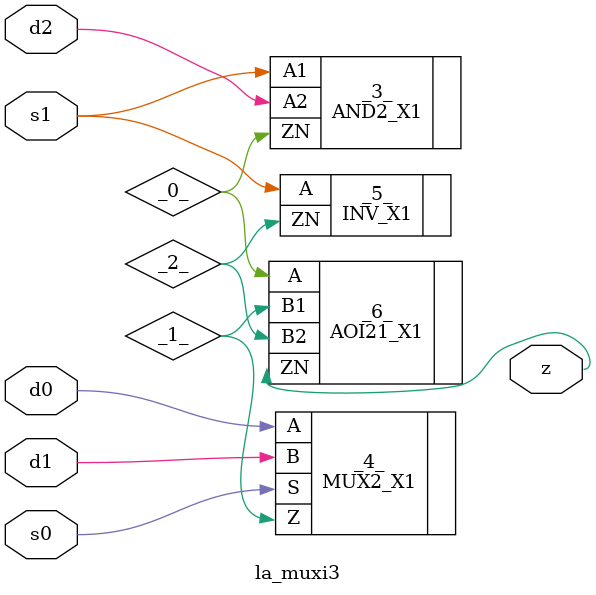
<source format=v>
/* Generated by Yosys 0.37 (git sha1 a5c7f69ed, clang 14.0.0-1ubuntu1.1 -fPIC -Os) */

module la_muxi3(d0, d1, d2, s0, s1, z);
  wire _0_;
  wire _1_;
  wire _2_;
  input d0;
  wire d0;
  input d1;
  wire d1;
  input d2;
  wire d2;
  input s0;
  wire s0;
  input s1;
  wire s1;
  output z;
  wire z;
  AND2_X1 _3_ (
    .A1(s1),
    .A2(d2),
    .ZN(_0_)
  );
  MUX2_X1 _4_ (
    .A(d0),
    .B(d1),
    .S(s0),
    .Z(_1_)
  );
  INV_X1 _5_ (
    .A(s1),
    .ZN(_2_)
  );
  AOI21_X1 _6_ (
    .A(_0_),
    .B1(_1_),
    .B2(_2_),
    .ZN(z)
  );
endmodule

</source>
